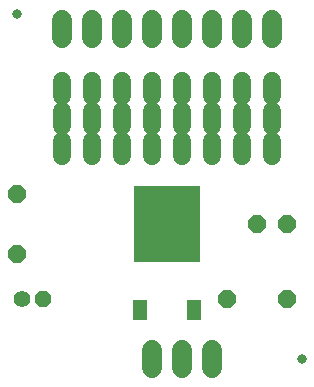
<source format=gts>
G75*
G70*
%OFA0B0*%
%FSLAX24Y24*%
%IPPOS*%
%LPD*%
%AMOC8*
5,1,8,0,0,1.08239X$1,22.5*
%
%ADD10C,0.0316*%
%ADD11C,0.0680*%
%ADD12R,0.2206X0.2521*%
%ADD13R,0.0474X0.0710*%
%ADD14OC8,0.0600*%
%ADD15OC8,0.0560*%
%ADD16C,0.0560*%
%ADD17C,0.0600*%
D10*
X010720Y001105D03*
X001220Y012605D03*
D11*
X002720Y012405D02*
X002720Y011805D01*
X003720Y011805D02*
X003720Y012405D01*
X004720Y012405D02*
X004720Y011805D01*
X005720Y011805D02*
X005720Y012405D01*
X006720Y012405D02*
X006720Y011805D01*
X007720Y011805D02*
X007720Y012405D01*
X008720Y012405D02*
X008720Y011805D01*
X009720Y011805D02*
X009720Y012405D01*
X007720Y001405D02*
X007720Y000805D01*
X006720Y000805D02*
X006720Y001405D01*
X005720Y001405D02*
X005720Y000805D01*
D12*
X006220Y005589D03*
D13*
X005323Y002715D03*
X007118Y002715D03*
D14*
X008220Y003105D03*
X010220Y003105D03*
X010220Y005605D03*
X009220Y005605D03*
X001220Y006605D03*
X001220Y004605D03*
D15*
X002070Y003105D03*
D16*
X001370Y003105D03*
D17*
X002720Y007845D02*
X002720Y008365D01*
X002720Y008845D02*
X002720Y009365D01*
X002720Y009845D02*
X002720Y010365D01*
X003720Y010365D02*
X003720Y009845D01*
X003720Y009365D02*
X003720Y008845D01*
X003720Y008365D02*
X003720Y007845D01*
X004720Y007845D02*
X004720Y008365D01*
X004720Y008845D02*
X004720Y009365D01*
X004720Y009845D02*
X004720Y010365D01*
X005720Y010365D02*
X005720Y009845D01*
X005720Y009365D02*
X005720Y008845D01*
X005720Y008365D02*
X005720Y007845D01*
X006720Y007845D02*
X006720Y008365D01*
X006720Y008845D02*
X006720Y009365D01*
X006720Y009845D02*
X006720Y010365D01*
X007720Y010365D02*
X007720Y009845D01*
X007720Y009365D02*
X007720Y008845D01*
X007720Y008365D02*
X007720Y007845D01*
X008720Y007845D02*
X008720Y008365D01*
X008720Y008845D02*
X008720Y009365D01*
X008720Y009845D02*
X008720Y010365D01*
X009720Y010365D02*
X009720Y009845D01*
X009720Y009365D02*
X009720Y008845D01*
X009720Y008365D02*
X009720Y007845D01*
M02*

</source>
